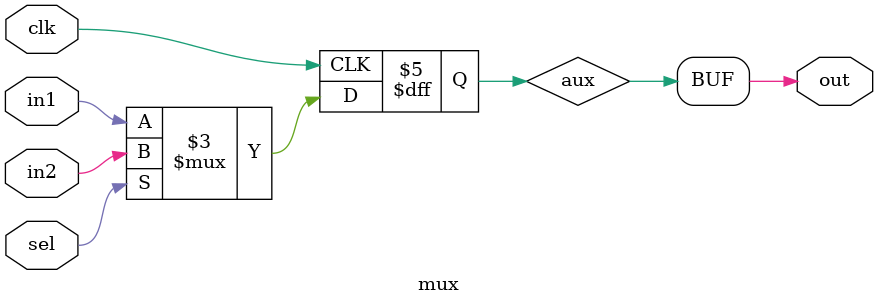
<source format=v>
module mux(
input  wire in1,
input  wire in2,
input  wire sel,
input  wire clk,
output wire out
);
reg aux;
assign out = aux;

always@(posedge clk)
begin
  if(sel)
    aux = in2;
  else
    aux = in1;
end
endmodule

</source>
